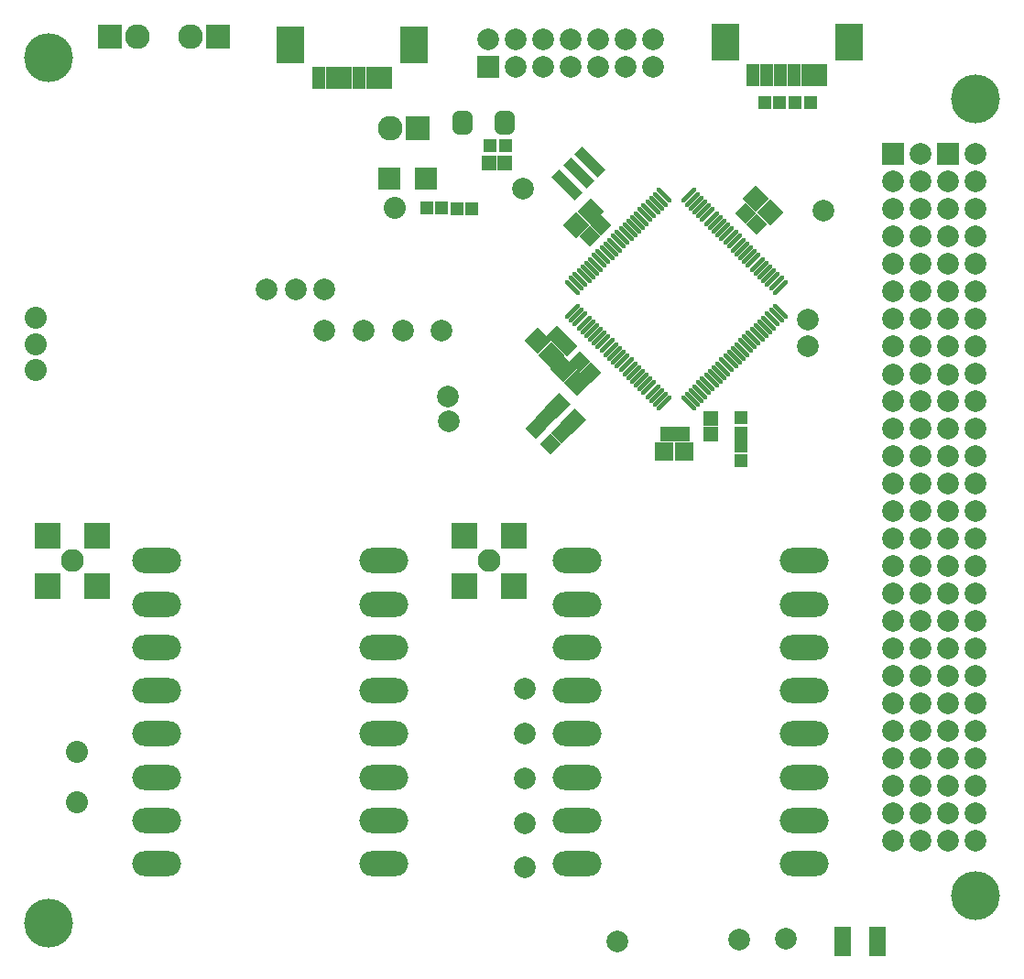
<source format=gts>
%FSTAX23Y23*%
%MOIN*%
%SFA1B1*%

%IPPOS*%
%AMD62*
4,1,4,0.046000,0.004200,0.004200,0.046000,-0.046000,-0.004200,-0.004200,-0.046000,0.046000,0.004200,0.0*
%
%AMD65*
4,1,4,-0.039200,0.000000,0.000000,-0.039200,0.039200,0.000000,0.000000,0.039200,-0.039200,0.000000,0.0*
%
%AMD67*
4,1,4,0.000000,0.039200,-0.039200,0.000000,0.000000,-0.039200,0.039200,0.000000,0.000000,0.039200,0.0*
%
%AMD68*
4,1,4,0.000000,0.047500,-0.047500,0.000000,0.000000,-0.047500,0.047500,0.000000,0.000000,0.047500,0.0*
%
%AMD70*
4,1,4,0.047500,0.000000,0.000000,0.047500,-0.047500,0.000000,0.000000,-0.047500,0.047500,0.000000,0.0*
%
%AMD74*
4,1,4,-0.025700,-0.014600,-0.014600,-0.025700,0.025700,0.014600,0.014600,0.025700,-0.025700,-0.014600,0.0*
1,1,0.015810,-0.020200,-0.020200*
1,1,0.015810,0.020200,0.020200*
%
%AMD75*
4,1,4,-0.014600,0.025700,-0.025700,0.014600,0.014600,-0.025700,0.025700,-0.014600,-0.014600,0.025700,0.0*
1,1,0.015810,-0.020200,0.020200*
1,1,0.015810,0.020200,-0.020200*
%
%AMD76*
4,1,4,0.029200,-0.057200,0.057200,-0.029200,-0.029200,0.057200,-0.057200,0.029200,0.029200,-0.057200,0.0*
%
%AMD78*
4,1,8,0.013800,0.043500,-0.013800,0.043500,-0.037600,0.019700,-0.037600,-0.019700,-0.013800,-0.043500,0.013800,-0.043500,0.037600,-0.019700,0.037600,0.019700,0.013800,0.043500,0.0*
1,1,0.047560,0.013800,0.019700*
1,1,0.047560,-0.013800,0.019700*
1,1,0.047560,-0.013800,-0.019700*
1,1,0.047560,0.013800,-0.019700*
%
G04~CAMADD=62~9~0.0~0.0~593.7~711.8~0.0~0.0~0~0.0~0.0~0.0~0.0~0~0.0~0.0~0.0~0.0~0~0.0~0.0~0.0~315.0~920.0~919.0*
%ADD62D62*%
%ADD63R,0.051500X0.051500*%
%ADD64R,0.080000X0.080000*%
G04~CAMADD=65~10~0.0~554.3~0.0~0.0~0.0~0.0~0~0.0~0.0~0.0~0.0~0~0.0~0.0~0.0~0.0~0~0.0~0.0~0.0~135.0~554.3~0.0*
%ADD65D65*%
%ADD66R,0.055430X0.055430*%
G04~CAMADD=67~10~0.0~554.3~0.0~0.0~0.0~0.0~0~0.0~0.0~0.0~0.0~0~0.0~0.0~0.0~0.0~0~0.0~0.0~0.0~405.0~554.3~0.0*
%ADD67D67*%
G04~CAMADD=68~10~0.0~672.5~0.0~0.0~0.0~0.0~0~0.0~0.0~0.0~0.0~0~0.0~0.0~0.0~0.0~0~0.0~0.0~0.0~405.0~672.5~0.0*
%ADD68D68*%
%ADD69R,0.067240X0.067240*%
G04~CAMADD=70~10~0.0~672.5~0.0~0.0~0.0~0.0~0~0.0~0.0~0.0~0.0~0~0.0~0.0~0.0~0.0~0~0.0~0.0~0.0~315.0~672.5~0.0*
%ADD70D70*%
%ADD71R,0.055430X0.055430*%
%ADD72R,0.051500X0.082990*%
%ADD73R,0.098740X0.138110*%
G04~CAMADD=74~3~0.0~0.0~158.1~729.0~0.0~0.0~0~0.0~0.0~0.0~0.0~0~0.0~0.0~0.0~0.0~0~0.0~0.0~0.0~135.0~560.0~560.0*
%ADD74D74*%
G04~CAMADD=75~3~0.0~0.0~158.1~729.0~0.0~0.0~0~0.0~0.0~0.0~0.0~0~0.0~0.0~0.0~0.0~0~0.0~0.0~0.0~45.0~560.0~560.0*
%ADD75D75*%
G04~CAMADD=76~9~0.0~0.0~396.9~1223.6~0.0~0.0~0~0.0~0.0~0.0~0.0~0~0.0~0.0~0.0~0.0~0~0.0~0.0~0.0~225.0~1144.0~1143.0*
%ADD76D76*%
%ADD77R,0.050000X0.050000*%
G04~CAMADD=78~8~0.0~0.0~751.2~869.3~237.8~0.0~15~0.0~0.0~0.0~0.0~0~0.0~0.0~0.0~0.0~0~0.0~0.0~0.0~0.0~751.2~869.3*
%ADD78D78*%
%ADD79R,0.050000X0.050000*%
%ADD80R,0.051500X0.051500*%
%ADD81C,0.082990*%
%ADD82R,0.094800X0.094800*%
%ADD83O,0.177480X0.090870*%
%ADD84O,0.177480X0.093230*%
%ADD85R,0.063310X0.106610*%
%ADD86C,0.177480*%
%ADD87C,0.080000*%
%ADD88R,0.090000X0.090000*%
%ADD89C,0.090000*%
%ADD90C,0.079060*%
%ADD91R,0.079060X0.079060*%
%ADD92R,0.079060X0.079060*%
%LNpcb_ttc_rf4463f30-1*%
%LPD*%
G54D62*
X02037Y0202D03*
X01981Y02076D03*
G54D63*
X02788Y0318D03*
X02733D03*
X02844D03*
X02899D03*
X01558Y02796D03*
X01503D03*
X01668Y02795D03*
X01734Y03024D03*
X01789D03*
G54D64*
X01366Y02903D03*
X01501D03*
G54D65*
X01993Y01978D03*
X01954Y01939D03*
X01938Y02034D03*
X01899Y01995D03*
X02098Y02695D03*
X02137Y02734D03*
G54D66*
X01732Y02961D03*
X01787D03*
X02435Y01975D03*
X0238D03*
G54D67*
X02099Y02199D03*
X0206Y02237D03*
X02015Y02293D03*
X01976Y02332D03*
X02704Y02738D03*
X02665Y02777D03*
G54D68*
X02052Y0216D03*
X02Y02212D03*
X02754Y0278D03*
X02702Y02832D03*
X01958Y02262D03*
X01907Y02314D03*
G54D69*
X0244Y01911D03*
X02367D03*
G54D70*
X02048Y02733D03*
X021Y02785D03*
G54D71*
X02537Y01975D03*
Y0203D03*
G54D72*
X01159Y0327D03*
X01257D03*
X01355D03*
X01109D03*
X01208D03*
X01306D03*
X02742Y0328D03*
X0284D03*
X02938D03*
X02692D03*
X02791D03*
X02889D03*
G54D73*
X01458Y03392D03*
X01007D03*
X03041Y03402D03*
X0259D03*
G54D74*
X02034Y02421D03*
X02048Y02407D03*
X02062Y02393D03*
X02076Y02379D03*
X02089Y02365D03*
X02103Y02351D03*
X02117Y02337D03*
X02131Y02324D03*
X02145Y0231D03*
X02159Y02296D03*
X02173Y02282D03*
X02187Y02268D03*
X02201Y02254D03*
X02215Y0224D03*
X02229Y02226D03*
X02243Y02212D03*
X02257Y02198D03*
X0227Y02184D03*
X02284Y0217D03*
X02298Y02157D03*
X02312Y02143D03*
X02326Y02129D03*
X0234Y02115D03*
X02354Y02101D03*
X02368Y02087D03*
X0279Y02509D03*
X02776Y02523D03*
X02762Y02537D03*
X02748Y0255D03*
X02734Y02564D03*
X0272Y02578D03*
X02706Y02592D03*
X02692Y02606D03*
X02678Y0262D03*
X02664Y02634D03*
X0265Y02648D03*
X02637Y02662D03*
X02623Y02676D03*
X02609Y0269D03*
X02595Y02704D03*
X02581Y02717D03*
X02567Y02731D03*
X02553Y02745D03*
X02539Y02759D03*
X02525Y02773D03*
X02511Y02787D03*
X02497Y02801D03*
X02483Y02815D03*
X02469Y02829D03*
X02456Y02843D03*
G54D75*
X02456Y02087D03*
X02469Y02101D03*
X02483Y02115D03*
X02497Y02129D03*
X02511Y02143D03*
X02525Y02157D03*
X02539Y0217D03*
X02553Y02184D03*
X02567Y02198D03*
X02581Y02212D03*
X02595Y02226D03*
X02609Y0224D03*
X02623Y02254D03*
X02637Y02268D03*
X0265Y02282D03*
X02664Y02296D03*
X02678Y0231D03*
X02692Y02324D03*
X02706Y02337D03*
X0272Y02351D03*
X02734Y02365D03*
X02748Y02379D03*
X02762Y02393D03*
X02776Y02407D03*
X0279Y02421D03*
X02368Y02843D03*
X02354Y02829D03*
X0234Y02815D03*
X02326Y02801D03*
X02312Y02787D03*
X02298Y02773D03*
X02284Y02759D03*
X0227Y02745D03*
X02257Y02731D03*
X02243Y02717D03*
X02229Y02704D03*
X02215Y0269D03*
X02201Y02676D03*
X02187Y02662D03*
X02173Y02648D03*
X02159Y02634D03*
X02145Y0262D03*
X02131Y02606D03*
X02117Y02592D03*
X02103Y02578D03*
X02089Y02564D03*
X02076Y0255D03*
X02062Y02537D03*
X02048Y02523D03*
X02034Y02509D03*
G54D76*
X02098Y02964D03*
X02056Y02923D03*
X02014Y02881D03*
G54D77*
X01613Y02795D03*
G54D78*
X01788Y03107D03*
X01634D03*
G54D79*
X02648Y01931D03*
G54D80*
X02648Y01876D03*
Y01979D03*
Y02034D03*
G54D81*
X00214Y01513D03*
X01731D03*
G54D82*
X00305Y01422D03*
X00124D03*
X00305Y01603D03*
X00124D03*
X01641D03*
X01822D03*
X01641Y01422D03*
X01822D03*
G54D83*
X02877Y00411D03*
Y00568D03*
Y00725D03*
Y00883D03*
Y0104D03*
Y01198D03*
Y01355D03*
Y01513D03*
X02051Y00411D03*
Y00568D03*
Y00725D03*
Y00883D03*
Y0104D03*
Y01198D03*
Y01355D03*
X01348Y00411D03*
Y00568D03*
Y00725D03*
Y00883D03*
Y0104D03*
Y01198D03*
Y01355D03*
Y01513D03*
X00521Y00411D03*
Y00568D03*
Y00725D03*
Y00883D03*
Y0104D03*
Y01198D03*
Y01355D03*
G54D84*
X02051Y01513D03*
X00521D03*
G54D85*
X03144Y00129D03*
X03018D03*
G54D86*
X00128Y03345D03*
X035Y03194D03*
X00128Y00195D03*
X03501Y00293D03*
G54D87*
X01387Y02796D03*
X0008Y02398D03*
Y02302D03*
Y02206D03*
X0023Y00816D03*
Y00635D03*
G54D88*
X00352Y0342D03*
X0147Y03086D03*
X00744Y0342D03*
G54D89*
X00452Y0342D03*
X0137Y03086D03*
X00644Y0342D03*
G54D90*
X01558Y02351D03*
X01416D03*
X01854Y02866D03*
X01132Y02501D03*
X01027D03*
X00922D03*
X01132Y02351D03*
X01274D03*
X01585Y0202D03*
X01581Y02112D03*
X02198Y00126D03*
X01862Y00396D03*
Y00558D03*
Y00721D03*
Y00883D03*
Y01046D03*
X02812Y00138D03*
X02641Y00135D03*
X02327Y03411D03*
Y03311D03*
X02227Y03411D03*
Y03311D03*
X02127Y03411D03*
Y03311D03*
X02027Y03411D03*
Y03311D03*
X01927Y03411D03*
Y03311D03*
X01827Y03411D03*
Y03311D03*
X01727Y03411D03*
X0289Y02293D03*
Y02392D03*
X02948Y02786D03*
X03501Y00593D03*
X03401D03*
X03501Y00693D03*
X03401D03*
X03501Y00793D03*
X03401D03*
X03501Y00893D03*
X03401D03*
X03501Y00993D03*
X03401D03*
X03501Y01093D03*
X03401D03*
X03501Y01193D03*
X03401D03*
X03501Y01293D03*
X03401D03*
X03501Y01393D03*
X03401D03*
X03501Y01493D03*
X03401D03*
X03501Y01593D03*
X03401D03*
X03501Y01693D03*
X03401D03*
X03501Y01793D03*
X03401D03*
X03501Y01893D03*
X03401D03*
X03501Y01993D03*
X03401D03*
X03501Y02093D03*
X03401D03*
X03501Y02193D03*
X03401Y02192D03*
X03501Y02293D03*
X03401D03*
X03501Y02393D03*
X03401D03*
X03501Y02493D03*
X034D03*
X03501Y02593D03*
X034D03*
X03501Y02693D03*
X03401D03*
X03501Y02793D03*
X03401D03*
X03501Y02893D03*
X03401D03*
X03501Y02993D03*
X03401Y00493D03*
X03501D03*
X03301D03*
X03201D03*
X03301Y02993D03*
X03201Y02893D03*
X03301D03*
X03201Y02793D03*
X03301D03*
X03201Y02693D03*
X03301D03*
X03201Y02593D03*
X03301D03*
X03201Y02493D03*
X03301D03*
X03201Y02393D03*
X03301D03*
X03201Y02293D03*
X03301D03*
X03201Y02192D03*
X03301Y02193D03*
X03201Y02093D03*
X03301D03*
X03201Y01993D03*
X03301D03*
X03201Y01893D03*
X03301D03*
X03201Y01793D03*
X03301D03*
X03201Y01693D03*
X03301D03*
X03201Y01593D03*
X03301D03*
X03201Y01493D03*
X03301D03*
X03201Y01393D03*
X03301D03*
X03201Y01293D03*
X03301D03*
X03201Y01193D03*
X03301D03*
X03201Y01093D03*
X03301D03*
X03201Y00993D03*
X03301D03*
X03201Y00893D03*
X03301D03*
X03201Y00793D03*
X03301D03*
X03201Y00693D03*
X03301D03*
X03201Y00593D03*
X03301D03*
G54D91*
X01727Y03311D03*
G54D92*
X034Y02993D03*
X03201D03*
M02*
</source>
